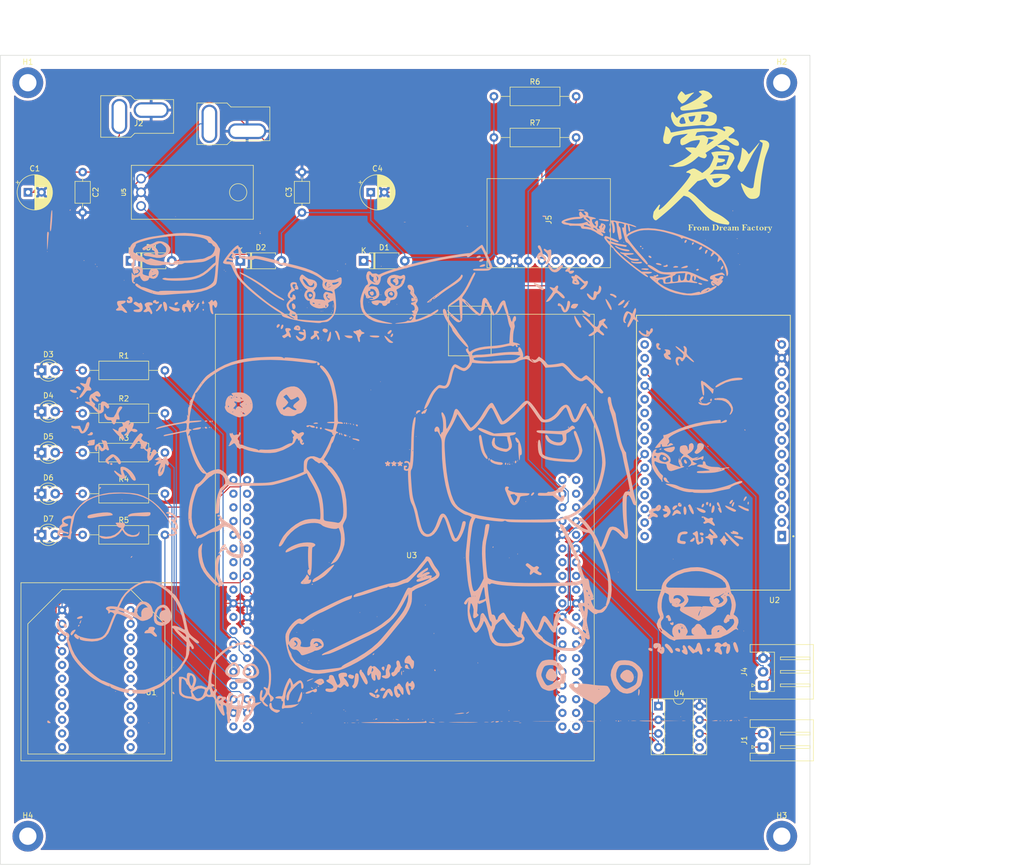
<source format=kicad_pcb>
(kicad_pcb (version 20221018) (generator pcbnew)
  (layers (0 "F.Cu" signal) (31 "B.Cu" signal) (34 "B.Paste" user) (35 "F.Paste" user) (36 "B.SilkS" user "B.Silkscreen") (37 "F.SilkS" user "F.Silkscreen") (38 "B.Mask" user) (39 "F.Mask" user) (44 "Edge.Cuts" user))
  (net 0 "")
  (net 1 "GND")
  (net 2 "3vOut")
  (net 3 "PS3_RX")
  (net 4 "PS3_TX")
  (net 23 "Net-(D3-A)")
  (net 24 "LED1")
  (net 25 "Net-(D4-A)")
  (net 26 "LED2")
  (net 27 "Net-(D5-A)")
  (net 28 "LED3")
  (net 29 "Net-(D6-A)")
  (net 30 "LED4")
  (net 31 "Net-(D7-A)")
  (net 32 "LED5")
  (net 33 "+BATT")
  (net 34 "5vin")
  (net 35 "CAN1_TD")
  (net 37 "CAN_L")
  (net 38 "5vOut")
  (net 39 "CAN_H")
  (net 40 "CAN1_RD")
  (net 41 "Net-(D2-A1)")
  (net 42 "ESP32_TX")
  (net 43 "ESP32_RX")
  (net 44 "Net-(D1-A1)")
  (net 72 "I2C1_SDA")
  (net 74 "I2C1_SCL")
  (net 117 "stop_TX")
  (net 118 "stop_RX")
  (footprint "Diode_THT:D_A-405_P7.62mm_Horizontal" (layer "F.Cu") (at 52.07 60.96)
    (fp_text reference "D8" (at 3.81 -2.47) (layer "F.SilkS"))
    (fp_text value "1.5KExxA")
    (fp_text user "K" (at 0 -1.9) (layer "F.SilkS"))
    (pad "1" thru_hole rect (at 0 0) (size 1.8 1.8) (drill 0.9) (layers "*.Cu" "*.Mask") (net 33 "+BATT"))
    (pad "2" thru_hole oval (at 7.62 0) (size 1.8 1.8) (drill 0.9) (layers "*.Cu" "*.Mask") (net 34 "5vin"))
  )
  (footprint "Capacitor_THT:C_Axial_L3.8mm_D2.6mm_P7.50mm_Horizontal" (layer "F.Cu") (at 83.82 52.01 90)
    (fp_text reference "C3" (at 3.75 -2.42 90) (layer "F.SilkS"))
    (fp_text value "C")
    (pad "1" thru_hole circle (at 0 0 90) (size 1.6 1.6) (drill 0.8) (layers "*.Cu" "*.Mask") (net 34 "5vin"))
    (pad "2" thru_hole oval (at 7.5 0 90) (size 1.6 1.6) (drill 0.8) (layers "*.Cu" "*.Mask") (net 1 "GND"))
  )
  (footprint "ESP32:MODULE_ESP32_DEVKIT_V1" (layer "F.Cu") (at 160.02 96.52 180)
    (fp_text reference "U2" (at -11.355 -27.36) (layer "F.SilkS"))
    (fp_text value "ESP32_3-Pin")
    (pad "1" thru_hole rect (at -12.7 -15.515 180) (size 1.6 2) (drill 0.8) (layers "*.Cu" "*.Mask"))
    (pad "2" thru_hole circle (at -12.7 -12.975 180) (size 1.6 1.6) (drill 0.8) (layers "*.Cu" "*.Mask"))
    (pad "3" thru_hole circle (at -12.7 -10.435 180) (size 1.6 1.6) (drill 0.8) (layers "*.Cu" "*.Mask"))
    (pad "4" thru_hole circle (at -12.7 -7.895 180) (size 1.6 1.6) (drill 0.8) (layers "*.Cu" "*.Mask"))
    (pad "5" thru_hole circle (at -12.7 -5.355 180) (size 1.6 1.6) (drill 0.8) (layers "*.Cu" "*.Mask"))
    (pad "6" thru_hole circle (at -12.7 -2.815 180) (size 1.6 1.6) (drill 0.8) (layers "*.Cu" "*.Mask"))
    (pad "7" thru_hole circle (at -12.7 -0.275 180) (size 1.6 1.6) (drill 0.8) (layers "*.Cu" "*.Mask"))
    (pad "8" thru_hole circle (at -12.7 2.265 180) (size 1.6 1.6) (drill 0.8) (layers "*.Cu" "*.Mask"))
    (pad "9" thru_hole circle (at -12.7 4.805 180) (size 1.6 1.6) (drill 0.8) (layers "*.Cu" "*.Mask"))
    (pad "10" thru_hole circle (at -12.7 7.345 180) (size 1.6 1.6) (drill 0.8) (layers "*.Cu" "*.Mask"))
    (pad "11" thru_hole circle (at -12.7 9.885 180) (size 1.6 1.6) (drill 0.8) (layers "*.Cu" "*.Mask"))
    (pad "12" thru_hole circle (at -12.7 12.425 180) (size 1.6 1.6) (drill 0.8) (layers "*.Cu" "*.Mask"))
    (pad "13" thru_hole circle (at -12.7 14.965 180) (size 1.6 1.6) (drill 0.8) (layers "*.Cu" "*.Mask"))
    (pad "14" thru_hole circle (at -12.7 17.505 180) (size 1.6 1.6) (drill 0.8) (layers "*.Cu" "*.Mask") (net 1 "GND"))
    (pad "15" thru_hole circle (at -12.7 20.045 180) (size 1.6 1.6) (drill 0.8) (layers "*.Cu" "*.Mask") (net 44 "Net-(D1-A1)"))
    (pad "16" thru_hole circle (at 12.7 20.045 180) (size 1.6 1.6) (drill 0.8) (layers "*.Cu" "*.Mask"))
    (pad "17" thru_hole circle (at 12.7 17.505 180) (size 1.6 1.6) (drill 0.8) (layers "*.Cu" "*.Mask"))
    (pad "18" thru_hole circle (at 12.7 14.965 180) (size 1.6 1.6) (drill 0.8) (layers "*.Cu" "*.Mask") (net 117 "stop_TX"))
    (pad "19" thru_hole circle (at 12.7 12.425 180) (size 1.6 1.6) (drill 0.8) (layers "*.Cu" "*.Mask") (net 118 "stop_RX"))
    (pad "20" thru_hole circle (at 12.7 9.885 180) (size 1.6 1.6) (drill 0.8) (layers "*.Cu" "*.Mask"))
    (pad "21" thru_hole circle (at 12.7 7.345 180) (size 1.6 1.6) (drill 0.8) (layers "*.Cu" "*.Mask"))
    (pad "22" thru_hole circle (at 12.7 4.805 180) (size 1.6 1.6) (drill 0.8) (layers "*.Cu" "*.Mask"))
    (pad "23" thru_hole circle (at 12.7 2.265 180) (size 1.6 1.6) (drill 0.8) (layers "*.Cu" "*.Mask"))
    (pad "24" thru_hole circle (at 12.7 -0.275 180) (size 1.6 1.6) (drill 0.8) (layers "*.Cu" "*.Mask") (net 43 "ESP32_RX"))
    (pad "25" thru_hole circle (at 12.7 -2.815 180) (size 1.6 1.6) (drill 0.8) (layers "*.Cu" "*.Mask") (net 42 "ESP32_TX"))
    (pad "26" thru_hole circle (at 12.7 -5.355 180) (size 1.6 1.6) (drill 0.8) (layers "*.Cu" "*.Mask"))
    (pad "27" thru_hole circle (at 12.7 -7.895 180) (size 1.6 1.6) (drill 0.8) (layers "*.Cu" "*.Mask"))
    (pad "28" thru_hole circle (at 12.7 -10.435 180) (size 1.6 1.6) (drill 0.8) (layers "*.Cu" "*.Mask"))
    (pad "29" thru_hole circle (at 12.7 -12.975 180) (size 1.6 1.6) (drill 0.8) (layers "*.Cu" "*.Mask"))
    (pad "30" thru_hole circle (at 12.7 -15.515 180) (size 1.6 1.6) (drill 0.8) (layers "*.Cu" "*.Mask"))
  )
  (footprint "Connector_JST:JST_XH_S2B-XH-A_1x02_P2.50mm_Horizontal" (layer "F.Cu") (at 169.27 151.11 90)
    (fp_text reference "J1" (at 1.25 -3.5 90) (layer "F.SilkS"))
    (fp_text value "Conn_01x02_Male")
    (pad "1" thru_hole roundrect (at 0 0 90) (size 1.7 2) (drill 1) (layers "*.Cu" "*.Mask") (roundrect_rratio 0.147059) (net 37 "CAN_L"))
    (pad "2" thru_hole oval (at 2.5 0 90) (size 1.7 2) (drill 1) (layers "*.Cu" "*.Mask") (net 39 "CAN_H"))
  )
  (footprint "Resistor_THT:R_Axial_DIN0309_L9.0mm_D3.2mm_P15.24mm_Horizontal" (layer "F.Cu") (at 43.18 104.14)
    (fp_text reference "R4" (at 7.62 -2.72) (layer "F.SilkS"))
    (fp_text value "R")
    (pad "1" thru_hole circle (at 0 0) (size 1.6 1.6) (drill 0.8) (layers "*.Cu" "*.Mask") (net 29 "Net-(D6-A)"))
    (pad "2" thru_hole oval (at 15.24 0) (size 1.6 1.6) (drill 0.8) (layers "*.Cu" "*.Mask") (net 30 "LED4"))
  )
  (footprint "Resistor_THT:R_Axial_DIN0309_L9.0mm_D3.2mm_P15.24mm_Horizontal" (layer "F.Cu") (at 43.18 111.76)
    (fp_text reference "R5" (at 7.62 -2.72) (layer "F.SilkS"))
    (fp_text value "R")
    (pad "1" thru_hole circle (at 0 0) (size 1.6 1.6) (drill 0.8) (layers "*.Cu" "*.Mask") (net 31 "Net-(D7-A)"))
    (pad "2" thru_hole oval (at 15.24 0) (size 1.6 1.6) (drill 0.8) (layers "*.Cu" "*.Mask") (net 32 "LED5"))
  )
  (footprint "LED_THT:LED_D3.0mm" (layer "F.Cu") (at 35.56 81.28)
    (fp_text reference "D3" (at 1.27 -2.96) (layer "F.SilkS"))
    (fp_text value "LED")
    (pad "1" thru_hole rect (at 0 0) (size 1.8 1.8) (drill 0.9) (layers "*.Cu" "*.Mask") (net 1 "GND"))
    (pad "2" thru_hole circle (at 2.54 0) (size 1.8 1.8) (drill 0.9) (layers "*.Cu" "*.Mask") (net 23 "Net-(D3-A)"))
  )
  (footprint "Resistor_THT:R_Axial_DIN0309_L9.0mm_D3.2mm_P15.24mm_Horizontal" (layer "F.Cu") (at 119.38 38.1)
    (fp_text reference "R7" (at 7.62 -2.72) (layer "F.SilkS"))
    (fp_text value "R")
    (pad "1" thru_hole circle (at 0 0) (size 1.6 1.6) (drill 0.8) (layers "*.Cu" "*.Mask") (net 34 "5vin"))
    (pad "2" thru_hole oval (at 15.24 0) (size 1.6 1.6) (drill 0.8) (layers "*.Cu" "*.Mask") (net 74 "I2C1_SCL"))
  )
  (footprint "Diode_THT:D_A-405_P7.62mm_Horizontal" (layer "F.Cu") (at 95.25 60.96)
    (fp_text reference "D1" (at 3.81 -2.47) (layer "F.SilkS"))
    (fp_text value "1.5KExxA")
    (fp_text user "K" (at 0 -1.9) (layer "F.SilkS"))
    (pad "1" thru_hole rect (at 0 0) (size 1.8 1.8) (drill 0.9) (layers "*.Cu" "*.Mask") (net 44 "Net-(D1-A1)"))
    (pad "2" thru_hole oval (at 7.62 0) (size 1.8 1.8) (drill 0.9) (layers "*.Cu" "*.Mask") (net 34 "5vin"))
  )
  (footprint "Resistor_THT:R_Axial_DIN0309_L9.0mm_D3.2mm_P15.24mm_Horizontal" (layer "F.Cu") (at 43.18 89.23)
    (fp_text reference "R2" (at 7.62 -2.72) (layer "F.SilkS"))
    (fp_text value "R")
    (pad "1" thru_hole circle (at 0 0) (size 1.6 1.6) (drill 0.8) (layers "*.Cu" "*.Mask") (net 25 "Net-(D4-A)"))
    (pad "2" thru_hole oval (at 15.24 0) (size 1.6 1.6) (drill 0.8) (layers "*.Cu" "*.Mask") (net 26 "LED2"))
  )
  (footprint "Diode_THT:D_A-405_P7.62mm_Horizontal" (layer "F.Cu") (at 72.39 60.96)
    (fp_text reference "D2" (at 3.81 -2.47) (layer "F.SilkS"))
    (fp_text value "1.5KExxA")
    (fp_text user "K" (at 0 -1.9) (layer "F.SilkS"))
    (pad "1" thru_hole rect (at 0 0) (size 1.8 1.8) (drill 0.9) (layers "*.Cu" "*.Mask") (net 41 "Net-(D2-A1)"))
    (pad "2" thru_hole oval (at 7.62 0) (size 1.8 1.8) (drill 0.9) (layers "*.Cu" "*.Mask") (net 34 "5vin"))
  )
  (footprint "LED_THT:LED_D3.0mm" (layer "F.Cu") (at 35.56 96.52)
    (fp_text reference "D5" (at 1.27 -2.96) (layer "F.SilkS"))
    (fp_text value "LED")
    (pad "1" thru_hole rect (at 0 0) (size 1.8 1.8) (drill 0.9) (layers "*.Cu" "*.Mask") (net 1 "GND"))
    (pad "2" thru_hole circle (at 2.54 0) (size 1.8 1.8) (drill 0.9) (layers "*.Cu" "*.Mask") (net 27 "Net-(D5-A)"))
  )
  (footprint "xbee:xbee_pro_s1" (layer "F.Cu") (at 40.64 124.46)
    (fp_text reference "U1" (at 15.24 16.51) (layer "F.SilkS"))
    (fp_text value "xbeepros1")
    (pad "1" thru_hole circle (at -1.27 1.27) (size 1.524 1.524) (drill 0.762) (layers "*.Cu" "*.Mask") (net 1 "GND"))
    (pad "2" thru_hole circle (at -1.27 3.81) (size 1.524 1.524) (drill 0.762) (layers "*.Cu" "*.Mask") (net 2 "3vOut"))
    (pad "3" thru_hole circle (at -1.27 6.35) (size 1.524 1.524) (drill 0.762) (layers "*.Cu" "*.Mask") (net 3 "PS3_RX"))
    (pad "4" thru_hole circle (at -1.27 8.89) (size 1.524 1.524) (drill 0.762) (layers "*.Cu" "*.Mask") (net 4 "PS3_TX"))
    (pad "5" thru_hole circle (at -1.27 11.43) (size 1.524 1.524) (drill 0.762) (layers "*.Cu" "*.Mask"))
    (pad "6" thru_hole circle (at -1.27 13.97) (size 1.524 1.524) (drill 0.762) (layers "*.Cu" "*.Mask"))
    (pad "7" thru_hole circle (at -1.27 16.51) (size 1.524 1.524) (drill 0.762) (layers "*.Cu" "*.Mask"))
    (pad "8" thru_hole circle (at -1.27 19.05) (size 1.524 1.524) (drill 0.762) (layers "*.Cu" "*.Mask"))
    (pad "9" thru_hole circle (at -1.27 21.59) (size 1.524 1.524) (drill 0.762) (layers "*.Cu" "*.Mask"))
    (pad "10" thru_hole circle (at -1.27 24.13) (size 1.524 1.524) (drill 0.762) (layers "*.Cu" "*.Mask"))
    (pad "11" thru_hole circle (at -1.27 26.67) (size 1.524 1.524) (drill 0.762) (layers "*.Cu" "*.Mask"))
    (pad "12" thru_hole circle (at 11.43 26.67) (size 1.524 1.524) (drill 0.762) (layers "*.Cu" "*.Mask"))
    (pad "13" thru_hole circle (at 11.43 24.13) (size 1.524 1.524) (drill 0.762) (layers "*.Cu" "*.Mask"))
    (pad "14" thru_hole circle (at 11.43 21.59) (size 1.524 1.524) (drill 0.762) (layers "*.Cu" "*.Mask"))
    (pad "15" thru_hole circle (at 11.43 19.05) (size 1.524 1.524) (drill 0.762) (layers "*.Cu" "*.Mask"))
    (pad "16" thru_hole circle (at 11.43 16.51) (size 1.524 1.524) (drill 0.762) (layers "*.Cu" "*.Mask"))
    (pad "17" thru_hole circle (at 11.43 13.97) (size 1.524 1.524) (drill 0.762) (layers "*.Cu" "*.Mask"))
    (pad "18" thru_hole circle (at 11.43 11.43) (size 1.524 1.524) (drill 0.762) (layers "*.Cu" "*.Mask"))
    (pad "19" thru_hole circle (at 11.43 8.89) (size 1.524 1.524) (drill 0.762) (layers "*.Cu" "*.Mask"))
    (pad "20" thru_hole circle (at 11.43 6.35) (size 1.524 1.524) (drill 0.762) (layers "*.Cu" "*.Mask"))
    (pad "21" thru_hole circle (at 11.43 3.81) (size 1.524 1.524) (drill 0.762) (layers "*.Cu" "*.Mask"))
    (pad "22" thru_hole circle (at 11.43 1.27) (size 1.524 1.524) (drill 0.762) (layers "*.Cu" "*.Mask"))
  )
  (footprint "LED_THT:LED_D3.0mm" (layer "F.Cu") (at 35.56 104.14)
    (fp_text reference "D6" (at 1.27 -2.96) (layer "F.SilkS"))
    (fp_text value "LED")
    (pad "1" thru_hole rect (at 0 0) (size 1.8 1.8) (drill 0.9) (layers "*.Cu" "*.Mask") (net 1 "GND"))
    (pad "2" thru_hole circle (at 2.54 0) (size 1.8 1.8) (drill 0.9) (layers "*.Cu" "*.Mask") (net 29 "Net-(D6-A)"))
  )
  (footprint "MountingHole:MountingHole_3.2mm_M3_ISO7380_Pad" (layer "F.Cu") (at 33.02 27.94)
    (fp_text reference "H1" (at 0 -3.85) (layer "F.SilkS"))
    (fp_text value "MountingHole")
    (pad "1" thru_hole circle (at 0 0) (size 5.7 5.7) (drill 3.2) (layers "*.Cu" "*.Mask"))
  )
  (footprint "Capacitor_THT:C_Axial_L3.8mm_D2.6mm_P7.50mm_Horizontal" (layer "F.Cu") (at 43.18 44.51 -90)
    (fp_text reference "C2" (at 3.75 -2.42 90) (layer "F.SilkS"))
    (fp_text value "C")
    (pad "1" thru_hole circle (at 0 0 270) (size 1.6 1.6) (drill 0.8) (layers "*.Cu" "*.Mask") (net 33 "+BATT"))
    (pad "2" thru_hole oval (at 7.5 0 270) (size 1.6 1.6) (drill 0.8) (layers "*.Cu" "*.Mask") (net 1 "GND"))
  )
  (footprint "Connector_T:Connector_T_Female" (layer "F.Cu") (at 66.31 35.56)
    (fp_text reference "J3" (at 5.08 1.27) (layer "F.SilkS"))
    (fp_text value "Conn_01x02_Female")
    (pad "1" thru_hole oval (at 0.35 0) (size 2.9 7.1) (drill oval 2.1 6.3) (layers "*.Cu" "*.Mask") (net 33 "+BATT"))
    (pad "2" thru_hole oval (at 7.35 1.375) (size 7.1 2.9) (drill oval 6.3 2.1) (layers "*.Cu" "*.Mask") (net 1 "GND"))
  )
  (footprint "MountingHole:MountingHole_3.2mm_M3_ISO7380_Pad" (layer "F.Cu") (at 172.72 27.94)
    (fp_text reference "H2" (at 0 -3.85) (layer "F.SilkS"))
    (fp_text value "MountingHole")
    (pad "1" thru_hole circle (at 0 0) (size 5.7 5.7) (drill 3.2) (layers "*.Cu" "*.Mask"))
  )
  (footprint "LED_THT:LED_D3.0mm" (layer "F.Cu") (at 35.56 88.9)
    (fp_text reference "D4" (at 1.27 -2.96) (layer "F.SilkS"))
    (fp_text value "LED")
    (pad "1" thru_hole rect (at 0 0) (size 1.8 1.8) (drill 0.9) (layers "*.Cu" "*.Mask") (net 1 "GND"))
    (pad "2" thru_hole circle (at 2.54 0) (size 1.8 1.8) (drill 0.9) (layers "*.Cu" "*.Mask") (net 25 "Net-(D4-A)"))
  )
  (footprint "MountingHole:MountingHole_3.2mm_M3_ISO7380_Pad" (layer "F.Cu") (at 172.72 167.64)
    (fp_text reference "H3" (at 0 -3.85) (layer "F.SilkS"))
    (fp_text value "MountingHole")
    (pad "1" thru_hole circle (at 0 0) (size 5.7 5.7) (drill 3.2) (layers "*.Cu" "*.Mask"))
  )
  (footprint "MountingHole:MountingHole_3.2mm_M3_ISO7380_Pad" (layer "F.Cu") (at 33.02 167.64)
    (fp_text reference "H4" (at 0 -3.85) (layer "F.SilkS"))
    (fp_text value "MountingHole")
    (pad "1" thru_hole circle (at 0 0) (size 5.7 5.7) (drill 3.2) (layers "*.Cu" "*.Mask"))
  )
  (footprint "MPU6050:GY=521" (layer "F.Cu") (at 129.54 53.34 90)
    (fp_text reference "J5" (at 0 0 90) (layer "F.SilkS"))
    (fp_text value "Conn_01x08_Pin")
    (pad "1" thru_hole circle (at -7.62 -8.89 90) (size 1.524 1.524) (drill 0.762) (layers "*.Cu" "*.Mask") (net 34 "5vin"))
    (pad "2" thru_hole circle (at -7.62 -6.35 90) (size 1.524 1.524) (drill 0.762) (layers "*.Cu" "*.Mask") (net 1 "GND"))
    (pad "3" thru_hole circle (at -7.62 -3.81 90) (size 1.524 1.524) (drill 0.762) (layers "*.Cu" "*.Mask") (net 74 "I2C1_SCL"))
    (pad "4" thru_hole circle (at -7.62 -1.27 90) (size 1.524 1.524) (drill 0.762) (layers "*.Cu" "*.Mask") (net 72 "I2C1_SDA"))
    (pad "5" thru_hole circle (at -7.62 1.27 90) (size 1.524 1.524) (drill 0.762) (layers "*.Cu" "*.Mask"))
    (pad "6" thru_hole circle (at -7.62 3.81 90) (size 1.524 1.524) (drill 0.762) (layers "*.Cu" "*.Mask"))
    (pad "7" thru_hole circle (at -7.62 6.35 90) (size 1.524 1.524) (drill 0.762) (layers "*.Cu" "*.Mask"))
    (pad "8" thru_hole circle (at -7.62 8.89 90) (size 1.524 1.524) (drill 0.762) (layers "*.Cu" "*.Mask"))
  )
  (footprint "Regulator:NJM7805FA" (layer "F.Cu") (at 54 45.72 90)
    (fp_text reference "U5" (at -2.54 -3.2 90) (layer "F.SilkS") (effects (font (size 0.75 0.75))))
    (fp_text value "L7805")
    (pad "1" thru_hole circle (at 0 0 90) (size 1.8 1.8) (drill 1.2) (layers "*.Cu" "*.Mask") (net 33 "+BATT"))
    (pad "2" thru_hole circle (at -2.54 0 90) (size 1.8 1.8) (drill 1.2) (layers "*.Cu" "*.Mask") (net 1 "GND"))
    (pad "3" thru_hole circle (at -5.08 0 90) (size 1.8 1.8) (drill 1.2) (layers "*.Cu" "*.Mask") (net 34 "5vin"))
  )
  (footprint "Resistor_THT:R_Axial_DIN0309_L9.0mm_D3.2mm_P15.24mm_Horizontal" (layer "F.Cu") (at 43.18 96.52)
    (fp_text reference "R3" (at 7.62 -2.72) (layer "F.SilkS"))
    (fp_text value "R")
    (pad "1" thru_hole circle (at 0 0) (size 1.6 1.6) (drill 0.8) (layers "*.Cu" "*.Mask") (net 27 "Net-(D5-A)"))
    (pad "2" thru_hole oval (at 15.24 0) (size 1.6 1.6) (drill 0.8) (layers "*.Cu" "*.Mask") (net 28 "LED3"))
  )
  (footprint "Resistor_THT:R_Axial_DIN0309_L9.0mm_D3.2mm_P15.24mm_Horizontal" (layer "F.Cu") (at 43.18 81.28)
    (fp_text reference "R1" (at 7.62 -2.72) (layer "F.SilkS"))
    (fp_text value "R")
    (pad "1" thru_hole circle (at 0 0) (size 1.6 1.6) (drill 0.8) (layers "*.Cu" "*.Mask") (net 23 "Net-(D3-A)"))
    (pad "2" thru_hole oval (at 15.24 0) (size 1.6 1.6) (drill 0.8) (layers "*.Cu" "*.Mask") (net 24 "LED1"))
  )
  (footprint "Connector_T:Connector_T_Male" (layer "F.Cu") (at 48.48 34.195)
    (fp_text reference "J2" (at 5.08 1.27) (layer "F.SilkS"))
    (fp_text value "Conn_01x02_Male")
    (pad "1" thru_hole oval (at 1.5 0) (size 2.9 6.5) (drill oval 2.1 5.7) (layers "*.Cu" "*.Mask") (net 33 "+BATT"))
    (pad "2" thru_hole oval (at 7.4 -1.175) (size 6.5 2.9) (drill oval 5.7 2.1) (layers "*.Cu" "*.Mask") (net 1 "GND"))
  )
  (footprint "Connector_JST:JST_XH_S3B-XH-A_1x03_P2.50mm_Horizontal" (layer "F.Cu") (at 169.27 139.66 90)
    (fp_text reference "J4" (at 2.5 -3.5 90) (layer "F.SilkS"))
    (fp_text value "Conn_01x03_Male")
    (pad "1" thru_hole roundrect (at 0 0 90) (size 1.7 1.95) (drill 0.95) (layers "*.Cu" "*.Mask") (roundrect_rratio 0.147059) (net 117 "stop_TX"))
    (pad "2" thru_hole oval (at 2.5 0 90) (size 1.7 1.95) (drill 0.95) (layers "*.Cu" "*.Mask") (net 118 "stop_RX"))
    (pad "3" thru_hole oval (at 5 0 90) (size 1.7 1.95) (drill 0.95) (layers "*.Cu" "*.Mask") (net 1 "GND"))
  )
  (footprint "Capacitor_THT:CP_Radial_D6.3mm_P2.50mm" (layer "F.Cu") (at 33.06 48.26)
    (fp_text reference "C1" (at 1.25 -4.4) (layer "F.SilkS"))
    (fp_text value "CP1")
    (pad "1" thru_hole rect (at 0 0) (size 1.6 1.6) (drill 0.8) (layers "*.Cu" "*.Mask") (net 33 "+BATT"))
    (pad "2" thru_hole circle (at 2.5 0) (size 1.6 1.6) (drill 0.8) (layers "*.Cu" "*.Mask") (net 1 "GND"))
  )
  (footprint "Musojin_logo:musojin_logo50x28" (layer "F.Cu") (at 157.48 43.18)
    (fp_text reference "G***" hide)
    (fp_text value "LOGO" hide)
  )
  (footprint "Capacitor_THT:CP_Radial_D6.3mm_P2.50mm" (layer "F.Cu") (at 96.56 48.26)
    (fp_text reference "C4" (at 1.25 -4.4) (layer "F.SilkS"))
    (fp_text value "CP1")
    (pad "1" thru_hole rect (at 0 0) (size 1.6 1.6) (drill 0.8) (layers "*.Cu" "*.Mask") (net 34 "5vin"))
    (pad "2" thru_hole circle (at 2.5 0) (size 1.6 1.6) (drill 0.8) (layers "*.Cu" "*.Mask") (net 1 "GND"))
  )
  (footprint "LED_THT:LED_D3.0mm" (layer "F.Cu") (at 35.56 111.76)
    (fp_text reference "D7" (at 1.27 -2.96) (layer "F.SilkS"))
    (fp_text value "LED")
    (pad "1" thru_hole rect (at 0 0) (size 1.8 1.8) (drill 0.9) (layers "*.Cu" "*.Mask") (net 1 "GND"))
    (pad "2" thru_hole circle (at 2.54 0) (size 1.8 1.8) (drill 0.9) (layers "*.Cu" "*.Mask") (net 31 "Net-(D7-A)"))
  )
  (footprint "Resistor_THT:R_Axial_DIN0309_L9.0mm_D3.2mm_P15.24mm_Horizontal" (layer "F.Cu") (at 119.38 30.48)
    (fp_text reference "R6" (at 7.62 -2.72) (layer "F.SilkS"))
    (fp_text value "R")
    (pad "1" thru_hole circle (at 0 0) (size 1.6 1.6) (drill 0.8) (layers "*.Cu" "*.Mask") (net 34 "5vin"))
    (pad "2" thru_hole oval (at 15.24 0) (size 1.6 1.6) (drill 0.8) (layers "*.Cu" "*.Mask") (net 72 "I2C1_SDA"))
  )
  (footprint "NUCLEO_f446:Nucleof446re" (layer "F.Cu") (at 71.12 147.32)
    (fp_text reference "U3" (at 33.02 -31.75) (layer "F.SilkS"))
    (fp_text value "Nucleo_f446RE")
    (pad "1" thru_hole circle (at 0 -45.72) (size 1.524 1.524) (drill 0.762) (layers "*.Cu" "*.Mask") (net 4 "PS3_TX"))
    (pad "2" thru_hole circle (at 2.54 -45.72) (size 1.524 1.524) (drill 0.762) (layers "*.Cu" "*.Mask") (net 3 "PS3_RX"))
    (pad "3" thru_hole circle (at 0 -43.18) (size 1.524 1.524) (drill 0.762) (layers "*.Cu" "*.Mask"))
    (pad "4" thru_hole circle (at 2.54 -43.18) (size 1.524 1.524) (drill 0.762) (layers "*.Cu" "*.Mask"))
    (pad "5" thru_hole circle (at 0 -40.64) (size 1.524 1.524) (drill 0.762) (layers "*.Cu" "*.Mask"))
    (pad "6" thru_hole circle (at 2.54 -40.64) (size 1.524 1.524) (drill 0.762) (layers "*.Cu" "*.Mask"))
    (pad "7" thru_hole circle (at 0 -38.1) (size 1.524 1.524) (drill 0.762) (layers "*.Cu" "*.Mask"))
    (pad "8" thru_hole circle (at 2.54 -38.1) (size 1.524 1.524) (drill 0.762) (layers "*.Cu" "*.Mask"))
    (pad "9" thru_hole circle (at 0 -35.56) (size 1.524 1.524) (drill 0.762) (layers "*.Cu" "*.Mask"))
    (pad "10" thru_hole circle (at 2.54 -35.56) (size 1.524 1.524) (drill 0.762) (layers "*.Cu" "*.Mask"))
    (pad "11" thru_hole circle (at 0 -33.02) (size 1.524 1.524) (drill 0.762) (layers "*.Cu" "*.Mask"))
    (pad "12" thru_hole circle (at 2.54 -33.02) (size 1.524 1.524) (drill 0.762) (layers "*.Cu" "*.Mask"))
    (pad "13" thru_hole circle (at 0 -30.48) (size 1.524 1.524) (drill 0.762) (layers "*.Cu" "*.Mask"))
    (pad "14" thru_hole circle (at 2.54 -30.48) (size 1.524 1.524) (drill 0.762) (layers "*.Cu" "*.Mask"))
    (pad "15" thru_hole circle (at 0 -27.94) (size 1.524 1.524) (drill 0.762) (layers "*.Cu" "*.Mask"))
    (pad "16" thru_hole circle (at 2.54 -27.94) (size 1.524 1.524) (drill 0.762) (layers "*.Cu" "*.Mask") (net 2 "3vOut"))
    (pad "17" thru_hole circle (at 0 -25.4) (size 1.524 1.524) (drill 0.762) (layers "*.Cu" "*.Mask"))
    (pad "18" thru_hole circle (at 2.54 -25.4) (size 1.524 1.524) (drill 0.762) (layers "*.Cu" "*.Mask") (net 38 "5vOut"))
    (pad "19" thru_hole circle (at 0 -22.86) (size 1.524 1.524) (drill 0.762) (layers "*.Cu" "*.Mask") (net 1 "GND"))
    (pad "20" thru_hole circle (at 2.54 -22.86) (size 1.524 1.524) (drill 0.762) (layers "*.Cu" "*.Mask") (net 1 "GND"))
    (pad "21" thru_hole circle (at 0 -20.32) (size 1.524 1.524) (drill 0.762) (layers "*.Cu" "*.Mask"))
    (pad "22" thru_hole circle (at 2.54 -20.32) (size 1.524 1.524) (drill 0.762) (layers "*.Cu" "*.Mask") (net 1 "GND"))
    (pad "23" thru_hole circle (at 0 -17.78) (size 1.524 1.524) (drill 0.762) (layers "*.Cu" "*.Mask"))
    (pad "24" thru_hole circle (at 2.54 -17.78) (size 1.524 1.524) (drill 0.762) (layers "*.Cu" "*.Mask") (net 41 "Net-(D2-A1)"))
    (pad "25" thru_hole circle (at 0 -15.24) (size 1.524 1.524) (drill 0.762) (layers "*.Cu" "*.Mask"))
    (pad "26" thru_hole circle (at 2.54 -15.24) (size 1.524 1.524) (drill 0.762) (layers "*.Cu" "*.Mask"))
    (pad "27" thru_hole circle (at 0 -12.7) (size 1.524 1.524) (drill 0.762) (layers "*.Cu" "*.Mask"))
    (pad "28" thru_hole circle (at 2.54 -12.7) (size 1.524 1.524) (drill 0.762) (layers "*.Cu" "*.Mask") (net 24 "LED1"))
    (pad "29" thru_hole circle (at 0 -10.16) (size 1.524 1.524) (drill 0.762) (layers "*.Cu" "*.Mask"))
    (pad "30" thru_hole circle (at 2.54 -10.16) (size 1.524 1.524) (drill 0.762) (layers "*.Cu" "*.Mask") (net 26 "LED2"))
    (pad "31" thru_hole circle (at 0 -7.62) (size 1.524 1.524) (drill 0.762) (layers "*.Cu" "*.Mask"))
    (pad "32" thru_hole circle (at 2.54 -7.62) (size 1.524 1.524) (drill 0.762) (layers "*.Cu" "*.Mask") (net 28 "LED3"))
    (pad "33" thru_hole circle (at 0 -5.08) (size 1.524 1.524) (drill 0.762) (layers "*.Cu" "*.Mask"))
    (pad "34" thru_hole circle (at 2.54 -5.08) (size 1.524 1.524) (drill 0.762) (layers "*.Cu" "*.Mask") (net 30 "LED4"))
    (pad "35" thru_hole circle (at 0 -2.54) (size 1.524 1.524) (drill 0.762) (layers "*.Cu" "*.Mask"))
    (pad "36" thru_hole circle (at 2.54 -2.54) (size 1.524 1.524) (drill 0.762) (layers "*.Cu" "*.Mask") (net 32 "LED5"))
    (pad "37" thru_hole circle (at 0 0) (size 1.524 1.524) (drill 0.762) (layers "*.Cu" "*.Mask"))
    (pad "38" thru_hole circle (at 2.54 0) (size 1.524 1.524) (drill 0.762) (layers "*.Cu" "*.Mask"))
    (pad "39" thru_hole circle (at 60.96 -45.72) (size 1.524 1.524) (drill 0.762) (layers "*.Cu" "*.Mask"))
    (pad "40" thru_hole circle (at 63.5 -45.72) (size 1.524 1.524) (drill 0.762) (layers "*.Cu" "*.Mask"))
    (pad "41" thru_hole circle (at 60.96 -43.18) (size 1.524 1.524) (drill 0.762) (layers "*.Cu" "*.Mask") (net 74 "I2C1_SCL"))
    (pad "42" thru_hole circle (at 63.5 -43.18) (size 1.524 1.524) (drill 0.762) (layers "*.Cu" "*.Mask"))
    (pad "43" thru_hole circle (at 60.96 -40.64) (size 1.524 1.524) (drill 0.762) (layers "*.Cu" "*.Mask") (net 72 "I2C1_SDA"))
    (pad "44" thru_hole circle (at 63.5 -40.64) (size 1.524 1.524) (drill 0.762) (layers "*.Cu" "*.Mask"))
    (pad "45" thru_hole circle (at 60.96 -38.1) (size 1.524 1.524) (drill 0.762) (layers "*.Cu" "*.Mask"))
    (pad "46" thru_hole circle (at 63.5 -38.1) (size 1.524 1.524) (drill 0.762) (layers "*.Cu" "*.Mask"))
    (pad "47" thru_hole circle (at 60.96 -35.56) (size 1.524 1.524) (drill 0.762) (layers "*.Cu" "*.Mask") (net 1 "GND"))
    (pad "48" thru_hole circle (at 63.5 -35.56) (size 1.524 1.524) (drill 0.762) (layers "*.Cu" "*.Mask"))
    (pad "49" thru_hole circle (at 60.96 -33.02) (size 1.524 1.524) (drill 0.762) (layers "*.Cu" "*.Mask"))
    (pad "50" thru_hole circle (at 63.5 -33.02) (size 1.524 1.524) (drill 0.762) (layers "*.Cu" "*.Mask") (net 35 "CAN1_TD"))
    (pad "51" thru_hole circle (at 60.96 -30.48) (size 1.524 1.524) (drill 0.762) (layers "*.Cu" "*.Mask"))
    (pad "52" thru_hole circle (at 63.5 -30.48) (size 1.524 1.524) (drill 0.762) (layers "*.Cu" "*.Mask") (net 40 "CAN1_RD"))
    (pad "53" thru_hole circle (at 60.96 -27.94) (size 1.524 1.524) (drill 0.762) (layers "*.Cu" "*.Mask"))
    (pad "54" thru_hole circle (at 63.5 -27.94) (size 1.524 1.524) (drill 0.762) (layers "*.Cu" "*.Mask"))
    (pad "55" thru_hole circle (at 60.96 -25.4) (size 1.524 1.524) (drill 0.762) (layers "*.Cu" "*.Mask"))
    (pad "56" thru_hole circle (at 63.5 -25.4) (size 1.524 1.524) (drill 0.762) (layers "*.Cu" "*.Mask"))
    (pad "57" thru_hole circle (at 60.96 -22.86) (size 1.524 1.524) (drill 0.762) (layers "*.Cu" "*.Mask"))
    (pad "58" thru_hole circle (at 63.5 -22.86) (size 1.524 1.524) (drill 0.762) (layers "*.Cu" "*.Mask") (net 1 "GND"))
    (pad "59" thru_hole circle (at 60.96 -20.32) (size 1.524 1.524) (drill 0.762) (layers "*.Cu" "*.Mask") (net 42 "ESP32_TX"))
    (pad "60" thru_hole circle (at 63.5 -20.32) (size 1.524 1.524) (drill 0.762) (layers "*.Cu" "*.Mask"))
    (pad "61" thru_hole circle (at 60.96 -17.78) (size 1.524 1.524) (drill 0.762) (layers "*.Cu" "*.Mask"))
    (pad "62" thru_hole circle (at 63.5 -17.78) (size 1.524 1.524) (drill 0.762) (layers "*.Cu" "*.Mask"))
    (pad "63" thru_hole circle (at 60.96 -15.24) (size 1.524 1.524) (drill 0.762) (layers "*.Cu" "*.Mask"))
    (pad "64" thru_hole circle (at 63.5 -15.24) (size 1.524 1.524) (drill 0.762) (layers "*.Cu" "*.Mask"))
    (pad "65" thru_hole circle (at 60.96 -12.7) (size 1.524 1.524) (drill 0.762) (layers "*.Cu" "*.Mask"))
    (pad "66" thru_hole circle (at 63.5 -12.7) (size 1.524 1.524) (drill 0.762) (layers "*.Cu" "*.Mask"))
    (pad "67" thru_hole circle (at 60.96 -10.16) (size 1.524 1.524) (drill 0.762) (layers "*.Cu" "*.Mask"))
    (pad "68" thru_hole circle (at 63.5 -10.16) (size 1.524 1.524) (drill 0.762) (layers "*.Cu" "*.Mask"))
    (pad "69" thru_hole circle (at 60.96 -7.62) (size 1.524 1.524) (drill 0.762) (layers "*.Cu" "*.Mask"))
    (pad "70" thru_hole circle (at 63.5 -7.62) (size 1.524 1.524) (drill 0.762) (layers "*.Cu" "*.Mask"))
    (pad "71" thru_hole circle (at 60.96 -5.08) (size 1.524 1.524) (drill 0.762) (layers "*.Cu" "*.Mask") (net 43 "ESP32_RX"))
    (pad "72" thru_hole circle (at 63.5 -5.08) (size 1.524 1.524) (drill 0.762) (layers "*.Cu" "*.Mask"))
    (pad "73" thru_hole circle (at 60.96 -2.54) (size 1.524 1.524) (drill 0.762) (layers "*.Cu" "*.Mask"))
    (pad "74" thru_hole circle (at 63.5 -2.54) (size 1.524 1.524) (drill 0.762) (layers "*.Cu" "*.Mask"))
    (pad "75" thru_hole circle (at 60.96 0) (size 1.524 1.524) (drill 0.762) (layers "*.Cu" "*.Mask"))
    (pad "76" thru_hole circle (at 63.5 0) (size 1.524 1.524) (drill 0.762) (layers "*.Cu" "*.Mask"))
  )
  (footprint "Package_DIP:DIP-8_W7.62mm_Socket" (layer "F.Cu") (at 149.86 143.52)
    (fp_text reference "U4" (at 3.81 -2.33) (layer "F.SilkS"))
    (fp_text value "MCP2561-E-MF")
    (pad "1" thru_hole rect (at 0 0) (size 1.6 1.6) (drill 0.8) (layers "*.Cu" "*.Mask") (net 35 "CAN1_TD"))
    (pad "2" thru_hole oval (at 0 2.54) (size 1.6 1.6) (drill 0.8) (layers "*.Cu" "*.Mask") (net 1 "GND"))
    (pad "3" thru_hole oval (at 0 5.08) (size 1.6 1.6) (drill 0.8) (layers "*.Cu" "*.Mask") (net 38 "5vOut"))
    (pad "4" thru_hole oval (at 0 7.62) (size 1.6 1.6) (drill 0.8) (layers "*.Cu" "*.Mask") (net 40 "CAN1_RD"))
    (pad "5" thru_hole oval (at 7.62 7.62) (size 1.6 1.6) (drill 0.8) (layers "*.Cu" "*.Mask"))
    (pad "6" thru_hole oval (at 7.62 5.08) (size 1.6 1.6) (drill 0.8) (layers "*.Cu" "*.Mask") (net 37 "CAN_L"))
    (pad "7" thru_hole oval (at 7.62 2.54) (size 1.6 1.6) (drill 0.8) (layers "*.Cu" "*.Mask") (net 39 "CAN_H"))
    (pad "8" thru_hole oval (at 7.62 0) (size 1.6 1.6) (drill 0.8) (layers "*.Cu" "*.Mask") (net 1 "GND"))
  )
  (footprint "Musojin_logo:Sacabambaspis" (layer "B.Cu") (at 101.6 99.06 180)
    (fp_text reference "G***" (at 0 0) (layer "B.SilkS") (effects (font (size 1.5 1.5) (thickness 0.3)) (justify mirror)))
    (fp_text value "LOGO" hide)
  )
  (gr_rect (start 27.94 22.86) (end 177.94 172.86) (stroke (width 0.1)) (fill none) (layer "Edge.Cuts"))
  (gr_text "designed by Kanato Nino" (at 35.56 157.48) (layer "F.Cu") (effects (font (size 1.5 1.5) (thickness 0.3) bold) (justify left bottom)))
  (segment (start 133.35 113.03) (end 132.08 111.76) (width 0.2) (layer "F.Cu") (net 1))
  (segment (start 39.37 125.73) (end 40.64 124.46) (width 0.2) (layer "F.Cu") (net 1))
  (segment (start 156.9299 143.52) (end 153.5003 143.52) (width 0.2) (layer "F.Cu") (net 1))
  (segment (start 149.86 146.06) (end 150.9603 146.06) (width 0.2) (layer "F.Cu") (net 1))
  (segment (start 83.82 44.51) (end 82.7197 44.51) (width 0.2) (layer "F.Cu") (net 1))
  (segment (start 60.7911 31.6592) (end 59.4303 33.02) (width 0.2) (layer "F.Cu") (net 1))
  (segment (start 71.12 124.46) (end 73.66 124.46) (width 0.2) (layer "F.Cu") (net 1))
  (segment (start 133.35 123.19) (end 133.35 113.03) (width 0.2) (layer "F.Cu") (net 1))
  (segment (start 39.31 52.01) (end 35.56 48.26) (width 0.2) (layer "F.Cu") (net 1))
  (segment (start 99.06 48.26) (end 95.31 44.51) (width 0.2) (layer "F.Cu") (net 1))
  (segment (start 134.62 124.46) (end 133.35 123.19) (width 0.2) (layer "F.Cu") (net 1))
  (segment (start 69.2594 31.6592) (end 60.7911 31.6592) (width 0.2) (layer "F.Cu") (net 1))
  (segment (start 167.4403 134.66) (end 169.27 134.66) (width 0.2) (layer "F.Cu") (net 1))
  (segment (start 40.64 124.46) (end 71.12 124.46) (width 0.2) (layer "F.Cu") (net 1))
  (segment (start 73.66 36.0598) (end 69.2594 31.6592) (width 0.2) (layer "F.Cu") (net 1))
  (segment (start 123.19 60.96) (end 110.49 48.26) (width 0.2) (layer "F.Cu") (net 1))
  (segment (start 74.2695 36.0598) (end 82.7197 44.51) (width 0.2) (layer "F.Cu") (net 1))
  (segment (start 153.5003 143.52) (end 153.5003 143.3403) (width 0.2) (layer "F.Cu") (net 1))
  (segment (start 157.205 143.52) (end 156.9299 143.52) (width 0.2) (layer "F.Cu") (net 1))
  (segment (start 153.5003 143.3403) (end 134.62 124.46) (width 0.2) (layer "F.Cu") (net 1))
  (segment (start 43.18 52.01) (end 39.31 52.01) (width 0.2) (layer "F.Cu") (net 1))
  (segment (start 157.48 143.52) (end 158.5803 143.52) (width 0.2) (layer "F.Cu") (net 1))
  (segment (start 153.5003 143.52) (end 150.9603 146.06) (width 0.2) (layer "F.Cu") (net 1))
  (segment (start 35.56 55.76) (end 39.31 52.01) (width 0.2) (layer "F.Cu") (net 1))
  (segment (start 158.5803 143.52) (end 167.4403 134.66) (width 0.2) (layer "F.Cu") (net 1))
  (segment (start 110.49 48.26) (end 99.06 48.26) (width 0.2) (layer "F.Cu") (net 1))
  (segment (start 35.56 81.28) (end 35.56 55.76) (width 0.2) (layer "F.Cu") (net 1))
  (segment (start 157.205 143.52) (end 157.48 143.52) (width 0.2) (layer "F.Cu") (net 1))
  (segment (start 95.31 44.51) (end 83.82 44.51) (width 0.2) (layer "F.Cu") (net 1))
  (segment (start 73.66 36.0598) (end 74.2695 36.0598) (width 0.2) (layer "F.Cu") (net 1))
  (segment (start 55.88 33.02) (end 59.4303 33.02) (width 0.2) (layer "F.Cu") (net 1))
  (segment (start 73.66 36.935) (end 73.66 36.0598) (width 0.2) (layer "F.Cu") (net 1))
  (segment (start 39.37 116.7703) (end 39.37 125.73) (width 0.2) (layer "B.Cu") (net 1))
  (segment (start 35.56 111.76) (end 35.56 104.14) (width 0.2) (layer "B.Cu") (net 1))
  (segment (start 43.18 52.01) (end 44.2803 52.01) (width 0.2) (layer "B.Cu") (net 1))
  (segment (start 123.19 102.87) (end 123.19 60.96) (width 0.2) (layer "B.Cu") (net 1))
  (segment (start 73.66 124.46) (end 73.66 127) (width 0.2) (layer "B.Cu") (net 1))
  (segment (start 52.7943 47.0543) (end 52.7943 37.856) (width 0.2) (layer "B.Cu") (net 1))
  (segment (start 52.7943 37.856) (end 55.88 34.7703) (width 0.2) (layer "B.Cu") (net 1))
  (segment (start 172.72 79.015) (end 169.27 82.465) (width 0.2) (layer "B.Cu") (net 1))
  (segment (start 55.88 33.02) (end 55.88 34.7703) (width 0.2) (layer "B.Cu") (net 1))
  (segment (start 35.56 88.9) (end 35.56 81.28) (width 0.2) (layer "B.Cu") (net 1))
  (segment (start 49.236 47.0543) (end 52.7943 47.0543) (width 0.2) (layer "B.Cu") (net 1))
  (segment (start 35.56 104.14) (end 35.56 96.52) (width 0.2) (layer "B.Cu") (net 1))
  (segment (start 169.27 82.465) (end 169.27 134.66) (width 0.2) (layer "B.Cu") (net 1))
  (segment (start 35.56 112.9603) (end 39.37 116.7703) (width 0.2) (layer "B.Cu") (net 1))
  (segment (start 35.56 96.52) (end 35.56 88.9) (width 0.2) (layer "B.Cu") (net 1))
  (segment (start 44.2803 52.01) (end 49.236 47.0543) (width 0.2) (layer "B.Cu") (net 1))
  (segment (start 54 48.26) (end 52.7943 47.0543) (width 0.2) (layer "B.Cu") (net 1))
  (segment (start 35.56 111.76) (end 35.56 112.9603) (width 0.2) (layer "B.Cu") (net 1))
  (segment (start 132.08 111.76) (end 123.19 102.87) (width 0.2) (layer "B.Cu") (net 1))
  (segment (start 72.39 120.65) (end 73.66 119.38) (width 0.2) (layer "F.Cu") (net 2))
  (segment (start 39.37 128.27) (end 38.2554 127.1554) (width 0.2) (layer "F.Cu") (net 2))
  (segment (start 38.2554 127.1554) (end 38.2554 125.2943) (width 0.2) (layer "F.Cu") (net 2))
  (segment (start 38.2554 125.2943) (end 42.8997 120.65) (width 0.2) (layer "F.Cu") (net 2))
  (segment (start 42.8997 120.65) (end 72.39 120.65) (width 0.2) (layer "F.Cu") (net 2))
  (segment (start 37.8551 129.2951) (end 39.37 130.81) (width 0.2) (layer "F.Cu") (net 3))
  (segment (start 37.8551 125.1285) (end 37.8551 129.2951) (width 0.2) (layer "F.Cu") (net 3))
  (segment (start 72.39 102.87) (end 70.4516 102.87) (width 0.2) (layer "F.Cu") (net 3))
  (segment (start 64.8928 108.4288) (end 54.5548 108.4288) (width 0.2) (layer "F.Cu") (net 3))
  (segment (start 70.4516 102.87) (end 64.8928 108.4288) (width 0.2) (layer "F.Cu") (net 3))
  (segment (start 54.5548 108.4288) (end 37.8551 125.1285) (width 0.2) (layer "F.Cu") (net 3))
  (segment (start 73.66 101.6) (end 72.39 102.87) (width 0.2) (layer "F.Cu") (net 3))
  (segment (start 55.7913 106.6262) (end 37.4548 124.9627) (width 0.2) (layer "F.Cu") (net 4))
  (segment (start 66.0938 106.6262) (end 55.7913 106.6262) (width 0.2) (layer "F.Cu") (net 4))
  (segment (start 37.4548 131.4348) (end 39.37 133.35) (width 0.2) (layer "F.Cu") (net 4))
  (segment (start 37.4548 124.9627) (end 37.4548 131.4348) (width 0.2) (layer "F.Cu") (net 4))
  (segment (start 71.12 101.6) (end 66.0938 106.6262) (width 0.2) (layer "F.Cu") (net 4))
  (segment (start 38.1 81.28) (end 43.18 81.28) (width 0.2) (layer "F.Cu") (net 23))
  (segment (start 73.66 134.62) (end 72.1824 133.1424) (width 0.2) (layer "B.Cu") (net 24))
  (segment (start 72.1824 133.1424) (end 72.1824 131.6333) (width 0.2) (layer "B.Cu") (net 24))
  (segment (start 69.1936 93.1539) (end 58.42 82.3803) (width 0.2) (layer "B.Cu") (net 24))
  (segment (start 70.8709 130.81) (end 69.1936 129.1327) (width 0.2) (layer "B.Cu") (net 24))
  (segment (start 69.1936 129.1327) (end 69.1936 93.1539) (width 0.2) (layer "B.Cu") (net 24))
  (segment (start 72.1824 131.6333) (end 71.3591 130.81) (width 0.2) (layer "B.Cu") (net 24))
  (segment (start 71.3591 130.81) (end 70.8709 130.81) (width 0.2) (layer "B.Cu") (net 24))
  (segment (start 58.42 81.28) (end 58.42 82.3803) (width 0.2) (layer "B.Cu") (net 24))
  (segment (start 38.1 88.9) (end 42.85 88.9) (width 0.2) (layer "F.Cu") (net 25))
  (segment (start 42.85 88.9) (end 43.18 89.23) (width 0.2) (layer "F.Cu") (net 25))
  (segment (start 73.66 137.16) (end 72.39 135.89) (width 0.2) (layer "B.Cu") (net 26))
  (segment (start 70.8594 135.89) (end 60.5268 125.5574) (width 0.2) (layer "B.Cu") (net 26))
  (segment (start 72.39 135.89) (end 70.8594 135.89) (width 0.2) (layer "B.Cu") (net 26))
  (segment (start 60.5268 92.4371) (end 58.42 90.3303) (width 0.2) (layer "B.Cu") (net 26))
  (segment (start 58.42 89.23) (end 58.42 90.3303) (width 0.2) (layer "B.Cu") (net 26))
  (segment (start 60.5268 125.5574) (end 60.5268 92.4371) (width 0.2) (layer "B.Cu") (net 26))
  (segment (start 38.1 96.52) (end 43.18 96.52) (width 0.2) (layer "F.Cu") (net 27))
  (segment (start 60.1265 127.6994) (end 60.1265 99.3268) (width 0.2) (layer "B.Cu") (net 28))
  (segment (start 58.42 96.52) (end 58.42 97.6203) (width 0.2) (layer "B.Cu") (net 28))
  (segment (start 70.8571 138.43) (end 60.1265 127.6994) (width 0.2) (layer "B.Cu") (net 28))
  (segment (start 73.66 139.7) (end 72.39 138.43) (width 0.2) (layer "B.Cu") (net 28))
  (segment (start 72.39 138.43) (end 70.8571 138.43) (width 0.2) (layer "B.Cu") (net 28))
  (segment (start 60.1265 99.3268) (end 58.42 97.6203) (width 0.2) (layer "B.Cu") (net 28))
  (segment (start 38.1 104.14) (end 43.18 104.14) (width 0.2) (layer "F.Cu") (net 29))
  (segment (start 70.7125 140.8154) (end 59.7261 129.829) (width 0.2) (layer "B.Cu") (net 30))
  (segment (start 58.42 104.14) (end 58.42 105.2403) (width 0.2) (layer "B.Cu") (net 30))
  (segment (start 59.7261 106.5464) (end 58.42 105.2403) (width 0.2) (layer "B.Cu") (net 30))
  (segment (start 59.7261 129.829) (end 59.7261 106.5464) (width 0.2) (layer "B.Cu") (net 30))
  (segment (start 72.2354 140.8154) (end 70.7125 140.8154) (width 0.2) (layer "B.Cu") (net 30))
  (segment (start 73.66 142.24) (end 72.2354 140.8154) (width 0.2) (layer "B.Cu") (net 30))
  (segment (start 38.1 111.76) (end 43.18 111.76) (width 0.2) (layer "F.Cu") (net 31))
  (segment (start 73.66 144.78) (end 72.39 143.51) (width 0.2) (layer "B.Cu") (net 32))
  (segment (start 70.7963 143.51) (end 58.42 131.1337) (width 0.2) (layer "B.Cu") (net 32))
  (segment (start 72.39 143.51) (end 70.7963 143.51) (width 0.2) (layer "B.Cu") (net 32))
  (segment (start 58.42 131.1337) (end 58.42 111.76) (width 0.2) (layer "B.Cu") (net 32))
  (segment (start 54 45.72) (end 52.07 47.65) (width 0.2) (layer "F.Cu") (net 33))
  (segment (start 34.1603 48.26) (end 34.1603 47.9849) (width 0.2) (layer "F.Cu") (net 33))
  (segment (start 49.98 34.195) (end 49.98 37.7453) (width 0.2) (layer "F.Cu") (net 33))
  (segment (start 43.18 44.51) (end 48.93 44.51) (width 0.2) (layer "F.Cu") (net 33))
  (segment (start 48.93 38.7953) (end 49.98 37.7453) (width 0.2) (layer "F.Cu") (net 33))
  (segment (start 48.93 44.51) (end 48.93 38.7953) (width 0.2) (layer "F.Cu") (net 33))
  (segment (start 48.93 44.51) (end 52.07 47.65) (width 0.2) (layer "F.Cu") (net 33))
  (segment (start 52.07 47.65) (end 52.07 60.96) (width 0.2) (layer "F.Cu") (net 33))
  (segment (start 37.6352 44.51) (end 43.18 44.51) (width 0.2) (layer "F.Cu") (net 33))
  (segment (start 33.06 48.26) (end 34.1603 48.26) (width 0.2) (layer "F.Cu") (net 33))
  (segment (start 34.1603 47.9849) (end 37.6352 44.51) (width 0.2) (layer "F.Cu") (net 33))
  (segment (start 54.7497 45.72) (end 64.9097 35.56) (width 0.2) (layer "B.Cu") (net 33))
  (segment (start 54 45.72) (end 54.7497 45.72) (width 0.2) (layer "B.Cu") (net 33))
  (segment (start 66.66 35.56) (end 64.9097 35.56) (width 0.2) (layer "B.Cu") (net 33))
  (segment (start 59.69 60.96) (end 60.8903 60.96) (width 0.2) (layer "F.Cu") (net 34))
  (segment (start 78.8097 60.96) (end 77.6093 59.7596) (width 0.2) (layer "F.Cu") (net 34))
  (segment (start 62.0907 59.7596) (end 60.8903 60.96) (width 0.2) (layer "F.Cu") (net 34))
  (segment (start 77.6093 59.7596) (end 62.0907 59.7596) (width 0.2) (layer "F.Cu") (net 34))
  (segment (start 80.01 60.96) (end 78.8097 60.96) (width 0.2) (layer "F.Cu") (net 34))
  (segment (start 59.69 56.49) (end 59.69 60.96) (width 0.2) (layer "B.Cu") (net 34))
  (segment (start 83.82 52.01) (end 80.01 55.82) (width 0.2) (layer "B.Cu") (net 34))
  (segment (start 119.38 38.1) (end 119.38 59.69) (width 0.2) (layer "B.Cu") (net 34))
  (segment (start 80.01 55.82) (end 80.01 60.96) (width 0.2) (layer "B.Cu") (net 34))
  (segment (start 102.87 60.96) (end 102.87 60.3598) (width 0.2) (layer "B.Cu") (net 34))
  (segment (start 96.56 53.4497) (end 102.87 59.7597) (width 0.2) (layer "B.Cu") (net 34))
  (segment (start 118.7102 60.3598) (end 119.38 59.69) (width 0.2) (layer "B.Cu") (net 34))
  (segment (start 96.56 48.26) (end 96.56 52.01) (width 0.2) (layer "B.Cu") (net 34))
  (segment (start 96.56 52.01) (end 96.56 53.4497) (width 0.2) (layer "B.Cu") (net 34))
  (segment (start 119.38 59.69) (end 120.65 60.96) (width 0.2) (layer "B.Cu") (net 34))
  (segment (start 102.87 60.3598) (end 102.87 59.7597) (width 0.2) (layer "B.Cu") (net 34))
  (segment (start 119.38 30.48) (end 119.38 38.1) (width 0.2) (layer "B.Cu") (net 34))
  (segment (start 54 50.8) (end 59.69 56.49) (width 0.2) (layer "B.Cu") (net 34))
  (segment (start 96.56 52.01) (end 83.82 52.01) (width 0.2) (layer "B.Cu") (net 34))
  (segment (start 102.87 60.3598) (end 118.7102 60.3598) (width 0.2) (layer "B.Cu") (net 34))
  (segment (start 149.86 129.54) (end 134.62 114.3) (width 0.2) (layer "B.Cu") (net 35))
  (segment (start 149.86 143.52) (end 149.86 129.54) (width 0.2) (layer "B.Cu") (net 35))
  (segment (start 158.5803 148.6) (end 161.0903 151.11) (width 0.2) (layer "F.Cu") (net 37))
  (segment (start 157.48 148.6) (end 158.5803 148.6) (width 0.2) (layer "F.Cu") (net 37))
  (segment (start 161.0903 151.11) (end 169.27 151.11) (width 0.2) (layer "F.Cu") (net 37))
  (segment (start 149.86 148.6) (end 100.34 148.6) (width 0.2) (layer "F.Cu") (net 38))
  (segment (start 100.34 148.6) (end 73.66 121.92) (width 0.2) (layer "F.Cu") (net 38))
  (segment (start 158.5803 146.06) (end 161.1303 148.61) (width 0.2) (layer "F.Cu") (net 39))
  (segment (start 157.48 146.06) (end 158.5803 146.06) (width 0.2) (layer "F.Cu") (net 39))
  (segment (start 161.1303 148.61) (end 169.27 148.61) (width 0.2) (layer "F.Cu") (net 39))
  (segment (start 148.7597 130.9797) (end 134.62 116.84) (width 0.2) (layer "B.Cu") (net 40))
  (segment (start 148.7597 149.0771) (end 148.7597 130.9797) (width 0.2) (layer "B.Cu") (net 40))
  (segment (start 149.86 150.0397) (end 149.7223 150.0397) (width 0.2) (layer "B.Cu") (net 40))
  (segment (start 149.7223 150.0397) (end 148.7597 149.0771) (width 0.2) (layer "B.Cu") (net 40))
  (segment (start 149.86 151.14) (end 149.86 150.0397) (width 0.2) (layer "B.Cu") (net 40))
  (segment (start 72.39 128.27) (end 72.39 60.96) (width 0.2) (layer "B.Cu") (net 41))
  (segment (start 73.66 129.54) (end 72.39 128.27) (width 0.2) (layer "B.Cu") (net 41))
  (segment (start 134.381 113.03) (end 134.8772 113.03) (width 0.2) (layer "B.Cu") (net 42))
  (segment (start 134.8772 113.03) (end 145.8804 102.0268) (width 0.2) (layer "B.Cu") (net 42))
  (segment (start 145.8804 100.7746) (end 147.32 99.335) (width 0.2) (layer "B.Cu") (net 42))
  (segment (start 133.5576 113.8534) (end 134.381 113.03) (width 0.2) (layer "B.Cu") (net 42))
  (segment (start 132.08 127) (end 133.5576 125.5224) (width 0.2) (layer "B.Cu") (net 42))
  (segment (start 133.5576 125.5224) (end 133.5576 113.8534) (width 0.2) (layer "B.Cu") (net 42))
  (segment (start 145.8804 102.0268) (end 145.8804 100.7746) (width 0.2) (layer "B.Cu") (net 42))
  (segment (start 131.0144 126.5625) (end 131.8469 125.73) (width 0.2) (layer "B.Cu") (net 43))
  (segment (start 134.9138 110.49) (end 145.8804 99.5234) (width 0.2) (layer "B.Cu") (net 43))
  (segment (start 131.8469 125.73) (end 132.3817 125.73) (width 0.2) (layer "B.Cu") (net 43))
  (segment (start 145.8804 98.2346) (end 147.32 96.795) (width 0.2) (layer "B.Cu") (net 43))
  (segment (start 145.8804 99.5234) (end 145.8804 98.2346) (width 0.2) (layer "B.Cu") (net 43))
  (segment (start 134.3811 110.49) (end 134.9138 110.49) (width 0.2) (layer "B.Cu") (net 43))
  (segment (start 132.08 142.24) (end 131.0144 141.1744) (width 0.2) (layer "B.Cu") (net 43))
  (segment (start 133.1424 111.7287) (end 134.3811 110.49) (width 0.2) (layer "B.Cu") (net 43))
  (segment (start 132.3817 125.73) (end 133.1424 124.9693) (width 0.2) (layer "B.Cu") (net 43))
  (segment (start 133.1424 124.9693) (end 133.1424 111.7287) (width 0.2) (layer "B.Cu") (net 43))
  (segment (start 131.0144 141.1744) (end 131.0144 126.5625) (width 0.2) (layer "B.Cu") (net 43))
  (segment (start 101.0735 65.5832) (end 161.8282 65.5832) (width 0.2) (layer "F.Cu") (net 44))
  (segment (start 95.25 60.96) (end 96.4503 60.96) (width 0.2) (layer "F.Cu") (net 44))
  (segment (start 96.4503 60.96) (end 101.0735 65.5832) (width 0.2) (layer "F.Cu") (net 44))
  (segment (start 161.8282 65.5832) (end 172.72 76.475) (width 0.2) (layer "F.Cu") (net 44))
  (segment (start 128.27 60.96) (end 128.27 37.9303) (width 0.2) (layer "F.Cu") (net 72))
  (segment (start 134.62 30.48) (end 134.62 31.5803) (width 0.2) (layer "F.Cu") (net 72))
  (segment (start 128.27 37.9303) (end 134.62 31.5803) (width 0.2) (layer "F.Cu") (net 72))
  (segment (start 133.1424 103.6933) (end 132.3191 102.87) (width 0.2) (layer "B.Cu") (net 72))
  (segment (start 131.8228 102.87) (end 128.27 99.3172) (width 0.2) (layer "B.Cu") (net 72))
  (segment (start 132.08 106.68) (end 133.1424 105.6176) (width 0.2) (layer "B.Cu") (net 72))
  (segment (start 128.27 99.3172) (end 128.27 60.96) (width 0.2) (layer "B.Cu") (net 72))
  (segment (start 133.1424 105.6176) (end 133.1424 103.6933) (width 0.2) (layer "B.Cu") (net 72))
  (segment (start 132.3191 102.87) (end 131.8228 102.87) (width 0.2) (layer "B.Cu") (net 72))
  (segment (start 134.62 38.1) (end 134.62 39.2003) (width 0.2) (layer "B.Cu") (net 74))
  (segment (start 125.73 48.0903) (end 134.62 39.2003) (width 0.2) (layer "B.Cu") (net 74))
  (segment (start 132.08 104.14) (end 125.73 97.79) (width 0.2) (layer "B.Cu") (net 74))
  (segment (start 125.73 60.96) (end 125.73 48.0903) (width 0.2) (layer "B.Cu") (net 74))
  (segment (start 125.73 97.79) (end 125.73 60.96) (width 0.2) (layer "B.Cu") (net 74))
  (segment (start 170.6196 138.3104) (end 169.27 139.66) (width 0.2) (layer "F.Cu") (net 117))
  (segment (start 147.32 81.555) (end 170.6196 104.8546) (width 0.2) (layer "F.Cu") (net 117))
  (segment (start 170.6196 104.8546) (end 170.6196 138.3104) (width 0.2) (layer "F.Cu") (net 117))
  (segment (start 169.27 137.16) (end 169.27 136.0097) (width 0.2) (layer "B.Cu") (net 118))
  (segment (start 147.32 84.095) (end 167.9204 104.6954) (width 0.2) (layer "B.Cu") (net 118))
  (segment (start 167.9204 135.1114) (end 168.8187 136.0097) (width 0.2) (layer "B.Cu") (net 118))
  (segment (start 168.8187 136.0097) (end 169.27 136.0097) (width 0.2) (layer "B.Cu") (net 118))
  (segment (start 167.9204 104.6954) (end 167.9204 135.1114) (width 0.2) (layer "B.Cu") (net 118))
  (zone (net 1) (net_name "GND") (layer "F.Cu") (connect_pads (clearance 0.5)) (min_thickness 0.25) (fill yes (thermal_gap 0.5) (thermal_bridge_width 0.5))
    (polygon (pts (xy 30.48 25.4) (xy 175.26 25.4) (xy 175.26 170.18) (xy 30.48 170.18)))
  )
  (zone (net 1) (net_name "GND") (layer "B.Cu") (priority 1) (connect_pads (clearance 0.5)) (min_thickness 0.25) (fill yes (thermal_gap 0.5) (thermal_bridge_width 0.5))
    (polygon (pts (xy 30.48 25.4) (xy 175.26 25.4) (xy 175.26 170.18) (xy 30.48 170.18)))
  )
)
</source>
